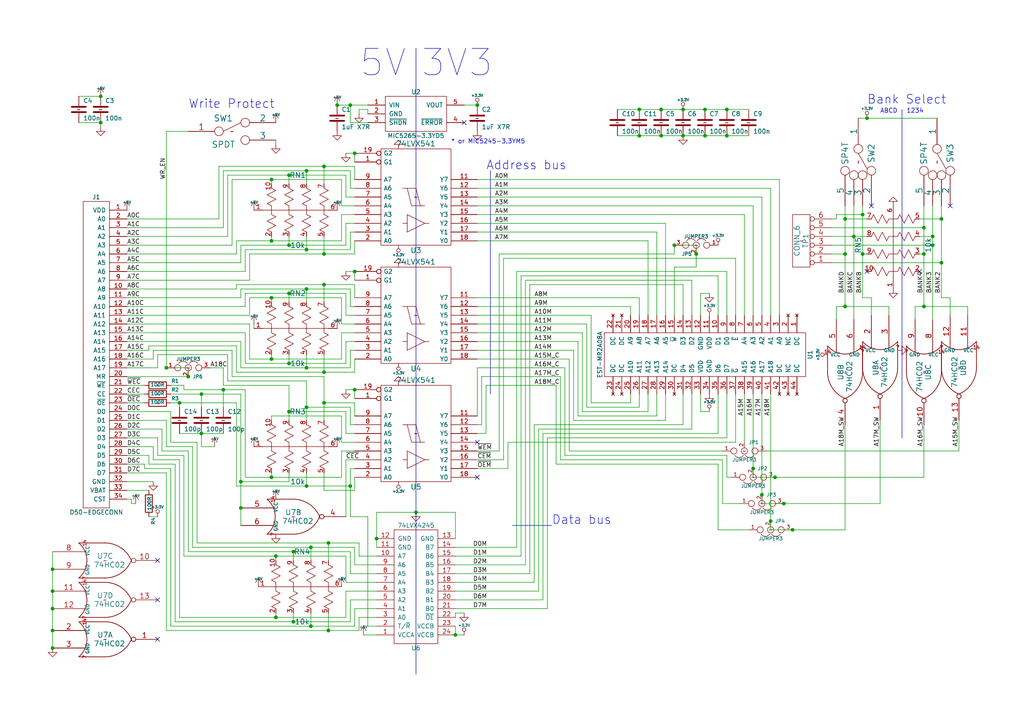
<source format=kicad_sch>
(kicad_sch (version 20230121) (generator eeschema)
  (paper "A4")
  (title_block (date "7 feb 2016"))
  (junction (at 58.42 125.73))
  (junction (at 270.51 71.12))
  (junction (at 93.98 82.55))
  (junction (at 88.9 49.53))
  (junction (at 250.19 62.23))
  (junction (at 15.24 187.96))
  (junction (at 95.25 182.88))
  (junction (at 88.9 118.11))
  (junction (at 48.26 106.68))
  (junction (at 83.82 119.38))
  (junction (at 218.44 135.89))
  (junction (at 78.74 86.36))
  (junction (at 29.21 35.56))
  (junction (at 95.25 157.48))
  (junction (at 250.19 73.66))
  (junction (at 227.33 146.05))
  (junction (at 78.74 138.43))
  (junction (at 101.6 30.48))
  (junction (at 97.79 30.48))
  (junction (at 78.74 104.14))
  (junction (at 80.01 179.07))
  (junction (at 52.07 116.84))
  (junction (at 102.87 78.74))
  (junction (at 267.97 66.04))
  (junction (at 80.01 161.29))
  (junction (at 102.87 113.03))
  (junction (at 138.43 30.48))
  (junction (at 58.42 114.3))
  (junction (at 83.82 85.09))
  (junction (at 15.24 165.1))
  (junction (at 191.77 31.75))
  (junction (at 85.09 160.02))
  (junction (at 251.46 34.29))
  (junction (at 201.93 73.66))
  (junction (at 185.42 39.37))
  (junction (at 90.17 181.61))
  (junction (at 85.09 180.34))
  (junction (at 83.82 71.12))
  (junction (at 204.47 39.37))
  (junction (at 93.98 73.66))
  (junction (at 185.42 31.75))
  (junction (at 267.97 73.66))
  (junction (at 270.51 68.58))
  (junction (at 273.05 63.5))
  (junction (at 90.17 158.75))
  (junction (at 223.52 151.13))
  (junction (at 88.9 72.39))
  (junction (at 69.85 139.7))
  (junction (at 88.9 140.97))
  (junction (at 15.24 171.45))
  (junction (at 29.21 27.94))
  (junction (at 101.6 140.97))
  (junction (at 15.24 182.88))
  (junction (at 93.98 116.84))
  (junction (at 83.82 50.8))
  (junction (at 93.98 107.95))
  (junction (at 224.79 138.43))
  (junction (at 78.74 69.85))
  (junction (at 273.05 76.2))
  (junction (at 15.24 176.53))
  (junction (at 245.11 63.5))
  (junction (at 109.22 156.21))
  (junction (at 88.9 83.82))
  (junction (at 198.12 31.75))
  (junction (at 78.74 52.07))
  (junction (at 229.87 153.67))
  (junction (at 120.65 148.59))
  (junction (at 102.87 44.45))
  (junction (at 245.11 73.66))
  (junction (at 195.58 71.12))
  (junction (at 83.82 105.41))
  (junction (at 267.97 88.9))
  (junction (at 191.77 39.37))
  (junction (at 132.08 184.15))
  (junction (at 247.65 68.58))
  (junction (at 198.12 39.37))
  (junction (at 88.9 106.68))
  (junction (at 93.98 48.26))
  (junction (at 220.98 143.51))
  (junction (at 54.61 109.22))
  (junction (at 69.85 147.32))
  (junction (at 210.82 39.37))
  (junction (at 64.77 113.03))
  (junction (at 245.11 88.9))
  (junction (at 204.47 31.75))
  (junction (at 210.82 31.75))
  (no_connect (at 266.7 78.74))
  (no_connect (at 252.73 59.69))
  (no_connect (at 134.62 35.56))
  (no_connect (at 275.59 59.69))
  (no_connect (at 138.43 128.27))
  (no_connect (at 45.72 185.42))
  (no_connect (at 45.72 173.99))
  (no_connect (at 45.72 162.56))
  (no_connect (at 251.46 78.74))
  (no_connect (at 138.43 138.43))
  (wire (pts (xy 278.13 121.92) (xy 278.13 130.81)))
  (wire (pts (xy 223.52 153.67) (xy 229.87 153.67)))
  (wire (pts (xy 220.98 143.51) (xy 220.98 146.05)))
  (wire (pts (xy 195.58 77.47) (xy 195.58 91.44)))
  (wire (pts (xy 273.05 86.36) (xy 275.59 86.36)))
  (wire (pts (xy 168.91 119.38) (xy 187.96 119.38)))
  (wire (pts (xy 149.86 78.74) (xy 210.82 78.74)))
  (wire (pts (xy 88.9 72.39) (xy 101.6 72.39)))
  (wire (pts (xy 48.26 182.88) (xy 95.25 182.88)))
  (wire (pts (xy 71.12 113.03) (xy 71.12 138.43)))
  (wire (pts (xy 15.24 176.53) (xy 15.24 182.88)))
  (wire (pts (xy 157.48 173.99) (xy 132.08 173.99)))
  (wire (pts (xy 158.75 176.53) (xy 132.08 176.53)))
  (wire (pts (xy 106.68 181.61) (xy 109.22 181.61)))
  (wire (pts (xy 109.22 148.59) (xy 109.22 156.21)))
  (wire (pts (xy 78.74 69.85) (xy 99.06 69.85)))
  (wire (pts (xy 71.12 96.52) (xy 71.12 105.41)))
  (wire (pts (xy 48.26 121.92) (xy 36.83 121.92)))
  (wire (pts (xy 147.32 128.27) (xy 147.32 135.89)))
  (wire (pts (xy 171.45 116.84) (xy 182.88 116.84)))
  (wire (pts (xy 204.47 39.37) (xy 210.82 39.37)))
  (wire (pts (xy 83.82 87.63) (xy 83.82 85.09)))
  (wire (pts (xy 67.31 52.07) (xy 67.31 71.12)))
  (wire (pts (xy 242.57 62.23) (xy 250.19 62.23)))
  (wire (pts (xy 144.78 73.66) (xy 195.58 73.66)))
  (wire (pts (xy 66.04 50.8) (xy 66.04 68.58)))
  (wire (pts (xy 101.6 149.86) (xy 106.68 149.86)))
  (wire (pts (xy 95.25 182.88) (xy 104.14 182.88)))
  (wire (pts (xy 132.08 179.07) (xy 132.08 177.8)))
  (wire (pts (xy 45.72 106.68) (xy 45.72 102.87)))
  (wire (pts (xy 100.33 168.91) (xy 109.22 168.91)))
  (wire (pts (xy 201.93 77.47) (xy 195.58 77.47)))
  (wire (pts (xy 203.2 85.09) (xy 205.74 85.09)))
  (wire (pts (xy 15.24 160.02) (xy 15.24 165.1)))
  (wire (pts (xy 36.83 129.54) (xy 44.45 129.54)))
  (wire (pts (xy 203.2 91.44) (xy 203.2 85.09)))
  (wire (pts (xy 102.87 44.45) (xy 100.33 44.45)))
  (wire (pts (xy 36.83 104.14) (xy 44.45 104.14)))
  (wire (pts (xy 78.74 137.16) (xy 78.74 138.43)))
  (wire (pts (xy 88.9 110.49) (xy 88.9 118.11)))
  (wire (pts (xy 71.12 78.74) (xy 71.12 72.39)))
  (wire (pts (xy 71.12 105.41) (xy 83.82 105.41)))
  (wire (pts (xy 170.18 118.11) (xy 185.42 118.11)))
  (wire (pts (xy 41.91 114.3) (xy 36.83 114.3)))
  (wire (pts (xy 100.33 91.44) (xy 102.87 91.44)))
  (wire (pts (xy 166.37 101.6) (xy 166.37 121.92)))
  (wire (pts (xy 224.79 138.43) (xy 267.97 138.43)))
  (wire (pts (xy 53.34 132.08) (xy 45.72 132.08)))
  (wire (pts (xy 149.86 78.74) (xy 149.86 158.75)))
  (wire (pts (xy 46.99 130.81) (xy 54.61 130.81)))
  (wire (pts (xy 49.53 135.89) (xy 49.53 181.61)))
  (wire (pts (xy 154.94 123.19) (xy 154.94 168.91)))
  (wire (pts (xy 93.98 116.84) (xy 102.87 116.84)))
  (wire (pts (xy 102.87 48.26) (xy 102.87 52.07)))
  (wire (pts (xy 106.68 35.56) (xy 101.6 35.56)))
  (wire (pts (xy 171.45 91.44) (xy 171.45 116.84)))
  (wire (pts (xy 41.91 134.62) (xy 41.91 135.89)))
  (wire (pts (xy 95.25 162.56) (xy 95.25 157.48)))
  (wire (pts (xy 185.42 31.75) (xy 191.77 31.75)))
  (wire (pts (xy 102.87 138.43) (xy 102.87 142.24)))
  (wire (pts (xy 102.87 73.66) (xy 102.87 69.85)))
  (wire (pts (xy 226.06 52.07) (xy 226.06 91.44)))
  (wire (pts (xy 187.96 119.38) (xy 187.96 114.3)))
  (wire (pts (xy 120.65 148.59) (xy 132.08 148.59)))
  (wire (pts (xy 241.3 68.58) (xy 247.65 68.58)))
  (wire (pts (xy 208.28 134.62) (xy 208.28 153.67)))
  (wire (pts (xy 71.12 72.39) (xy 88.9 72.39)))
  (wire (pts (xy 153.67 82.55) (xy 198.12 82.55)))
  (wire (pts (xy 55.88 158.75) (xy 55.88 129.54)))
  (wire (pts (xy 72.39 104.14) (xy 78.74 104.14)))
  (wire (pts (xy 100.33 125.73) (xy 102.87 125.73)))
  (wire (pts (xy 193.04 121.92) (xy 193.04 114.3)))
  (wire (pts (xy 45.72 127) (xy 36.83 127)))
  (wire (pts (xy 140.97 111.76) (xy 161.29 111.76)))
  (wire (pts (xy 218.44 135.89) (xy 218.44 138.43)))
  (wire (pts (xy 67.31 52.07) (xy 78.74 52.07)))
  (wire (pts (xy 153.67 166.37) (xy 132.08 166.37)))
  (wire (pts (xy 78.74 138.43) (xy 99.06 138.43)))
  (wire (pts (xy 270.51 59.69) (xy 270.51 68.58)))
  (wire (pts (xy 138.43 106.68) (xy 163.83 106.68)))
  (wire (pts (xy 250.19 73.66) (xy 250.19 86.36)))
  (wire (pts (xy 97.79 30.48) (xy 101.6 30.48)))
  (wire (pts (xy 138.43 99.06) (xy 167.64 99.06)))
  (wire (pts (xy 104.14 182.88) (xy 104.14 179.07)))
  (wire (pts (xy 36.83 76.2) (xy 69.85 76.2)))
  (wire (pts (xy 182.88 116.84) (xy 182.88 114.3)))
  (wire (pts (xy 29.21 35.56) (xy 29.21 36.83)))
  (wire (pts (xy 93.98 48.26) (xy 102.87 48.26)))
  (wire (pts (xy 68.58 107.95) (xy 93.98 107.95)))
  (wire (pts (xy 63.5 48.26) (xy 93.98 48.26)))
  (wire (pts (xy 88.9 49.53) (xy 101.6 49.53)))
  (wire (pts (xy 191.77 39.37) (xy 198.12 39.37)))
  (wire (pts (xy 101.6 35.56) (xy 101.6 30.48)))
  (wire (pts (xy 101.6 83.82) (xy 101.6 88.9)))
  (wire (pts (xy 267.97 138.43) (xy 267.97 123.19)))
  (wire (pts (xy 93.98 53.34) (xy 93.98 48.26)))
  (wire (pts (xy 45.72 132.08) (xy 45.72 127)))
  (wire (pts (xy 252.73 86.36) (xy 252.73 91.44)))
  (wire (pts (xy 165.1 104.14) (xy 138.43 104.14)))
  (wire (pts (xy 52.07 179.07) (xy 80.01 179.07)))
  (wire (pts (xy 38.1 146.05) (xy 39.37 146.05)))
  (wire (pts (xy 247.65 68.58) (xy 251.46 68.58)))
  (wire (pts (xy 53.34 113.03) (xy 64.77 113.03)))
  (wire (pts (xy 151.13 161.29) (xy 132.08 161.29)))
  (wire (pts (xy 58.42 114.3) (xy 69.85 114.3)))
  (wire (pts (xy 36.83 134.62) (xy 41.91 134.62)))
  (wire (pts (xy 78.74 120.65) (xy 78.74 121.92)))
  (wire (pts (xy 85.09 180.34) (xy 101.6 180.34)))
  (wire (pts (xy 48.26 129.54) (xy 48.26 121.92)))
  (wire (pts (xy 99.06 62.23) (xy 102.87 62.23)))
  (wire (pts (xy 210.82 127) (xy 158.75 127)))
  (wire (pts (xy 170.18 93.98) (xy 170.18 118.11)))
  (wire (pts (xy 88.9 118.11) (xy 101.6 118.11)))
  (wire (pts (xy 88.9 140.97) (xy 101.6 140.97)))
  (wire (pts (xy 241.3 63.5) (xy 242.57 63.5)))
  (wire (pts (xy 104.14 179.07) (xy 109.22 179.07)))
  (wire (pts (xy 245.11 63.5) (xy 245.11 73.66)))
  (wire (pts (xy 38.1 144.78) (xy 38.1 146.05)))
  (wire (pts (xy 106.68 149.86) (xy 106.68 181.61)))
  (wire (pts (xy 93.98 142.24) (xy 93.98 137.16)))
  (wire (pts (xy 99.06 59.69) (xy 102.87 59.69)))
  (wire (pts (xy 46.99 124.46) (xy 46.99 130.81)))
  (wire (pts (xy 247.65 68.58) (xy 247.65 92.71)))
  (wire (pts (xy 138.43 69.85) (xy 187.96 69.85)))
  (polyline (pts (xy 142.24 114.3) (xy 142.24 49.53)))
  (wire (pts (xy 99.06 69.85) (xy 99.06 62.23)))
  (wire (pts (xy 156.21 124.46) (xy 156.21 171.45)))
  (wire (pts (xy 36.83 91.44) (xy 72.39 91.44)))
  (wire (pts (xy 132.08 148.59) (xy 132.08 156.21)))
  (wire (pts (xy 147.32 128.27) (xy 213.36 128.27)))
  (wire (pts (xy 66.04 102.87) (xy 66.04 110.49)))
  (wire (pts (xy 138.43 57.15) (xy 220.98 57.15)))
  (wire (pts (xy 102.87 113.03) (xy 100.33 113.03)))
  (wire (pts (xy 69.85 71.12) (xy 83.82 71.12)))
  (wire (pts (xy 54.61 160.02) (xy 85.09 160.02)))
  (wire (pts (xy 198.12 123.19) (xy 154.94 123.19)))
  (wire (pts (xy 245.11 59.69) (xy 245.11 63.5)))
  (wire (pts (xy 101.6 30.48) (xy 106.68 30.48)))
  (wire (pts (xy 45.72 102.87) (xy 66.04 102.87)))
  (wire (pts (xy 50.8 134.62) (xy 43.18 134.62)))
  (wire (pts (xy 93.98 87.63) (xy 93.98 82.55)))
  (wire (pts (xy 251.46 73.66) (xy 250.19 73.66)))
  (wire (pts (xy 266.7 68.58) (xy 270.51 68.58)))
  (wire (pts (xy 209.55 133.35) (xy 209.55 146.05)))
  (wire (pts (xy 167.64 99.06) (xy 167.64 120.65)))
  (wire (pts (xy 193.04 64.77) (xy 138.43 64.77)))
  (wire (pts (xy 280.67 88.9) (xy 280.67 91.44)))
  (wire (pts (xy 58.42 125.73) (xy 64.77 125.73)))
  (wire (pts (xy 165.1 130.81) (xy 209.55 130.81)))
  (wire (pts (xy 101.6 106.68) (xy 101.6 101.6)))
  (wire (pts (xy 43.18 132.08) (xy 36.83 132.08)))
  (wire (pts (xy 245.11 88.9) (xy 257.81 88.9)))
  (wire (pts (xy 139.7 123.19) (xy 139.7 109.22)))
  (wire (pts (xy 53.34 161.29) (xy 80.01 161.29)))
  (wire (pts (xy 163.83 132.08) (xy 210.82 132.08)))
  (wire (pts (xy 90.17 162.56) (xy 90.17 158.75)))
  (wire (pts (xy 78.74 102.87) (xy 78.74 104.14)))
  (wire (pts (xy 88.9 87.63) (xy 88.9 83.82)))
  (wire (pts (xy 185.42 86.36) (xy 138.43 86.36)))
  (wire (pts (xy 80.01 41.91) (xy 80.01 40.64)))
  (wire (pts (xy 109.22 148.59) (xy 120.65 148.59)))
  (wire (pts (xy 100.33 179.07) (xy 100.33 171.45)))
  (polyline (pts (xy 261.62 31.75) (xy 261.62 127)))
  (wire (pts (xy 257.81 88.9) (xy 257.81 91.44)))
  (wire (pts (xy 278.13 130.81) (xy 222.25 130.81)))
  (wire (pts (xy 241.3 66.04) (xy 267.97 66.04)))
  (wire (pts (xy 68.58 69.85) (xy 78.74 69.85)))
  (wire (pts (xy 182.88 88.9) (xy 138.43 88.9)))
  (wire (pts (xy 64.77 111.76) (xy 83.82 111.76)))
  (wire (pts (xy 241.3 71.12) (xy 270.51 71.12)))
  (wire (pts (xy 95.25 157.48) (xy 104.14 157.48)))
  (wire (pts (xy 208.28 91.44) (xy 208.28 80.01)))
  (wire (pts (xy 83.82 50.8) (xy 100.33 50.8)))
  (wire (pts (xy 36.83 111.76) (xy 41.91 111.76)))
  (wire (pts (xy 204.47 31.75) (xy 210.82 31.75)))
  (wire (pts (xy 218.44 59.69) (xy 218.44 91.44)))
  (wire (pts (xy 161.29 134.62) (xy 208.28 134.62)))
  (wire (pts (xy 58.42 118.11) (xy 58.42 114.3)))
  (wire (pts (xy 69.85 147.32) (xy 69.85 152.4)))
  (wire (pts (xy 99.06 130.81) (xy 102.87 130.81)))
  (wire (pts (xy 52.07 118.11) (xy 52.07 116.84)))
  (wire (pts (xy 83.82 119.38) (xy 83.82 121.92)))
  (wire (pts (xy 58.42 125.73) (xy 58.42 129.54)))
  (wire (pts (xy 73.66 93.98) (xy 73.66 95.25)))
  (wire (pts (xy 213.36 91.44) (xy 213.36 74.93)))
  (wire (pts (xy 83.82 105.41) (xy 100.33 105.41)))
  (wire (pts (xy 104.14 157.48) (xy 104.14 161.29)))
  (polyline (pts (xy 120.65 195.58) (xy 120.65 13.97)))
  (wire (pts (xy 267.97 66.04) (xy 267.97 73.66)))
  (wire (pts (xy 195.58 71.12) (xy 201.93 71.12)))
  (wire (pts (xy 154.94 168.91) (xy 132.08 168.91)))
  (wire (pts (xy 139.7 109.22) (xy 162.56 109.22)))
  (wire (pts (xy 203.2 119.38) (xy 205.74 119.38)))
  (wire (pts (xy 158.75 127) (xy 158.75 176.53)))
  (wire (pts (xy 215.9 62.23) (xy 215.9 91.44)))
  (wire (pts (xy 100.33 57.15) (xy 102.87 57.15)))
  (wire (pts (xy 64.77 66.04) (xy 36.83 66.04)))
  (wire (pts (xy 83.82 119.38) (xy 100.33 119.38)))
  (wire (pts (xy 71.12 88.9) (xy 71.12 85.09)))
  (wire (pts (xy 101.6 123.19) (xy 102.87 123.19)))
  (wire (pts (xy 132.08 181.61) (xy 132.08 184.15)))
  (wire (pts (xy 153.67 82.55) (xy 153.67 166.37)))
  (wire (pts (xy 49.53 116.84) (xy 52.07 116.84)))
  (wire (pts (xy 102.87 163.83) (xy 109.22 163.83)))
  (wire (pts (xy 265.43 88.9) (xy 267.97 88.9)))
  (wire (pts (xy 69.85 86.36) (xy 69.85 83.82)))
  (wire (pts (xy 68.58 140.97) (xy 88.9 140.97)))
  (wire (pts (xy 138.43 101.6) (xy 166.37 101.6)))
  (wire (pts (xy 102.87 107.95) (xy 102.87 104.14)))
  (wire (pts (xy 58.42 129.54) (xy 62.23 129.54)))
  (wire (pts (xy 101.6 135.89) (xy 101.6 140.97)))
  (wire (pts (xy 273.05 76.2) (xy 273.05 86.36)))
  (wire (pts (xy 100.33 71.12) (xy 100.33 64.77)))
  (wire (pts (xy 49.53 128.27) (xy 57.15 128.27)))
  (wire (pts (xy 138.43 91.44) (xy 171.45 91.44)))
  (wire (pts (xy 241.3 76.2) (xy 273.05 76.2)))
  (wire (pts (xy 99.06 52.07) (xy 99.06 59.69)))
  (wire (pts (xy 48.26 38.1) (xy 54.61 38.1)))
  (wire (pts (xy 144.78 130.81) (xy 138.43 130.81)))
  (wire (pts (xy 179.07 39.37) (xy 185.42 39.37)))
  (wire (pts (xy 138.43 62.23) (xy 215.9 62.23)))
  (wire (pts (xy 99.06 104.14) (xy 99.06 96.52)))
  (wire (pts (xy 187.96 69.85) (xy 187.96 91.44)))
  (wire (pts (xy 83.82 71.12) (xy 100.33 71.12)))
  (wire (pts (xy 69.85 106.68) (xy 88.9 106.68)))
  (wire (pts (xy 36.83 96.52) (xy 71.12 96.52)))
  (wire (pts (xy 60.96 106.68) (xy 64.77 106.68)))
  (wire (pts (xy 43.18 149.86) (xy 45.72 149.86)))
  (wire (pts (xy 88.9 140.97) (xy 88.9 137.16)))
  (wire (pts (xy 102.87 116.84) (xy 102.87 120.65)))
  (wire (pts (xy 152.4 81.28) (xy 200.66 81.28)))
  (wire (pts (xy 43.18 101.6) (xy 43.18 100.33)))
  (wire (pts (xy 208.28 80.01) (xy 151.13 80.01)))
  (wire (pts (xy 44.45 104.14) (xy 44.45 101.6)))
  (wire (pts (xy 66.04 50.8) (xy 83.82 50.8)))
  (wire (pts (xy 198.12 114.3) (xy 198.12 123.19)))
  (wire (pts (xy 179.07 31.75) (xy 185.42 31.75)))
  (wire (pts (xy 100.33 64.77) (xy 102.87 64.77)))
  (wire (pts (xy 101.6 160.02) (xy 101.6 166.37)))
  (wire (pts (xy 78.74 120.65) (xy 99.06 120.65)))
  (wire (pts (xy 85.09 160.02) (xy 101.6 160.02)))
  (wire (pts (xy 49.53 114.3) (xy 58.42 114.3)))
  (wire (pts (xy 213.36 74.93) (xy 146.05 74.93)))
  (wire (pts (xy 68.58 116.84) (xy 68.58 140.97)))
  (wire (pts (xy 99.06 86.36) (xy 99.06 93.98)))
  (wire (pts (xy 210.82 114.3) (xy 210.82 127)))
  (wire (pts (xy 54.61 106.68) (xy 54.61 109.22)))
  (wire (pts (xy 90.17 177.8) (xy 90.17 181.61)))
  (wire (pts (xy 83.82 53.34) (xy 83.82 50.8)))
  (wire (pts (xy 138.43 59.69) (xy 218.44 59.69)))
  (wire (pts (xy 255.27 146.05) (xy 255.27 121.92)))
  (wire (pts (xy 138.43 93.98) (xy 170.18 93.98)))
  (wire (pts (xy 88.9 53.34) (xy 88.9 49.53)))
  (wire (pts (xy 102.87 181.61) (xy 102.87 176.53)))
  (wire (pts (xy 218.44 138.43) (xy 224.79 138.43)))
  (wire (pts (xy 48.26 38.1) (xy 48.26 106.68)))
  (wire (pts (xy 29.21 27.94) (xy 22.86 27.94)))
  (wire (pts (xy 250.19 59.69) (xy 250.19 62.23)))
  (wire (pts (xy 248.92 34.29) (xy 251.46 34.29)))
  (wire (pts (xy 36.83 88.9) (xy 71.12 88.9)))
  (wire (pts (xy 101.6 54.61) (xy 102.87 54.61)))
  (wire (pts (xy 101.6 67.31) (xy 102.87 67.31)))
  (wire (pts (xy 36.83 144.78) (xy 38.1 144.78)))
  (wire (pts (xy 245.11 153.67) (xy 245.11 123.19)))
  (wire (pts (xy 36.83 78.74) (xy 71.12 78.74)))
  (wire (pts (xy 251.46 34.29) (xy 271.78 34.29)))
  (wire (pts (xy 88.9 102.87) (xy 88.9 106.68)))
  (wire (pts (xy 36.83 124.46) (xy 46.99 124.46)))
  (polyline (pts (xy 148.59 152.4) (xy 160.02 152.4)))
  (wire (pts (xy 72.39 73.66) (xy 93.98 73.66)))
  (wire (pts (xy 242.57 63.5) (xy 242.57 62.23)))
  (wire (pts (xy 15.24 165.1) (xy 15.24 171.45)))
  (wire (pts (xy 109.22 184.15) (xy 105.41 184.15)))
  (wire (pts (xy 43.18 100.33) (xy 68.58 100.33)))
  (wire (pts (xy 101.6 101.6) (xy 102.87 101.6)))
  (wire (pts (xy 69.85 83.82) (xy 88.9 83.82)))
  (wire (pts (xy 100.33 105.41) (xy 100.33 99.06)))
  (wire (pts (xy 138.43 96.52) (xy 168.91 96.52)))
  (wire (pts (xy 138.43 123.19) (xy 139.7 123.19)))
  (wire (pts (xy 138.43 120.65) (xy 138.43 106.68)))
  (wire (pts (xy 265.43 92.71) (xy 265.43 88.9)))
  (wire (pts (xy 101.6 166.37) (xy 109.22 166.37)))
  (wire (pts (xy 104.14 161.29) (xy 109.22 161.29)))
  (wire (pts (xy 101.6 135.89) (xy 102.87 135.89)))
  (wire (pts (xy 200.66 114.3) (xy 200.66 124.46)))
  (wire (pts (xy 100.33 85.09) (xy 100.33 91.44)))
  (wire (pts (xy 88.9 83.82) (xy 101.6 83.82)))
  (wire (pts (xy 78.74 104.14) (xy 99.06 104.14)))
  (wire (pts (xy 64.77 49.53) (xy 64.77 66.04)))
  (wire (pts (xy 93.98 107.95) (xy 102.87 107.95)))
  (wire (pts (xy 52.07 133.35) (xy 52.07 179.07)))
  (wire (pts (xy 134.62 30.48) (xy 138.43 30.48)))
  (wire (pts (xy 220.98 57.15) (xy 220.98 91.44)))
  (wire (pts (xy 93.98 82.55) (xy 102.87 82.55)))
  (wire (pts (xy 101.6 140.97) (xy 101.6 149.86)))
  (wire (pts (xy 57.15 157.48) (xy 95.25 157.48)))
  (wire (pts (xy 167.64 120.65) (xy 190.5 120.65)))
  (wire (pts (xy 49.53 111.76) (xy 53.34 111.76)))
  (wire (pts (xy 67.31 101.6) (xy 67.31 109.22)))
  (wire (pts (xy 52.07 125.73) (xy 58.42 125.73)))
  (wire (pts (xy 190.5 67.31) (xy 190.5 91.44)))
  (wire (pts (xy 85.09 177.8) (xy 85.09 180.34)))
  (wire (pts (xy 198.12 82.55) (xy 198.12 91.44)))
  (wire (pts (xy 41.91 135.89) (xy 49.53 135.89)))
  (wire (pts (xy 144.78 73.66) (xy 144.78 130.81)))
  (wire (pts (xy 78.74 86.36) (xy 99.06 86.36)))
  (wire (pts (xy 100.33 161.29) (xy 100.33 168.91)))
  (wire (pts (xy 64.77 106.68) (xy 64.77 111.76)))
  (wire (pts (xy 93.98 116.84) (xy 93.98 121.92)))
  (wire (pts (xy 100.33 171.45) (xy 109.22 171.45)))
  (wire (pts (xy 53.34 161.29) (xy 53.34 132.08)))
  (wire (pts (xy 201.93 71.12) (xy 201.93 73.66)))
  (wire (pts (xy 156.21 171.45) (xy 132.08 171.45)))
  (wire (pts (xy 36.83 83.82) (xy 68.58 83.82)))
  (wire (pts (xy 209.55 146.05) (xy 214.63 146.05)))
  (wire (pts (xy 147.32 135.89) (xy 138.43 135.89)))
  (wire (pts (xy 36.83 73.66) (xy 68.58 73.66)))
  (wire (pts (xy 266.7 73.66) (xy 267.97 73.66)))
  (wire (pts (xy 36.83 142.24) (xy 43.18 142.24)))
  (wire (pts (xy 69.85 139.7) (xy 69.85 147.32)))
  (wire (pts (xy 102.87 115.57) (xy 102.87 113.03)))
  (wire (pts (xy 250.19 86.36) (xy 252.73 86.36)))
  (wire (pts (xy 50.8 180.34) (xy 85.09 180.34)))
  (wire (pts (xy 210.82 39.37) (xy 217.17 39.37)))
  (wire (pts (xy 242.57 92.71) (xy 242.57 88.9)))
  (wire (pts (xy 88.9 118.11) (xy 88.9 121.92)))
  (wire (pts (xy 83.82 111.76) (xy 83.82 119.38)))
  (wire (pts (xy 67.31 71.12) (xy 36.83 71.12)))
  (wire (pts (xy 220.98 146.05) (xy 227.33 146.05)))
  (wire (pts (xy 100.33 133.35) (xy 102.87 133.35)))
  (wire (pts (xy 102.87 176.53) (xy 109.22 176.53)))
  (wire (pts (xy 220.98 114.3) (xy 220.98 143.51)))
  (wire (pts (xy 190.5 67.31) (xy 138.43 67.31)))
  (wire (pts (xy 102.87 78.74) (xy 100.33 78.74)))
  (wire (pts (xy 50.8 180.34) (xy 50.8 134.62)))
  (wire (pts (xy 185.42 118.11) (xy 185.42 114.3)))
  (wire (pts (xy 48.26 137.16) (xy 48.26 182.88)))
  (wire (pts (xy 185.42 39.37) (xy 191.77 39.37)))
  (wire (pts (xy 90.17 158.75) (xy 102.87 158.75)))
  (wire (pts (xy 49.53 181.61) (xy 90.17 181.61)))
  (wire (pts (xy 190.5 120.65) (xy 190.5 114.3)))
  (wire (pts (xy 251.46 63.5) (xy 245.11 63.5)))
  (wire (pts (xy 182.88 91.44) (xy 182.88 88.9)))
  (wire (pts (xy 104.14 31.75) (xy 106.68 31.75)))
  (wire (pts (xy 200.66 124.46) (xy 156.21 124.46)))
  (wire (pts (xy 80.01 179.07) (xy 100.33 179.07)))
  (wire (pts (xy 223.52 151.13) (xy 223.52 153.67)))
  (wire (pts (xy 198.12 31.75) (xy 204.47 31.75)))
  (wire (pts (xy 227.33 146.05) (xy 255.27 146.05)))
  (wire (pts (xy 223.52 114.3) (xy 223.52 151.13)))
  (wire (pts (xy 267.97 88.9) (xy 280.67 88.9)))
  (wire (pts (xy 48.26 106.68) (xy 54.61 106.68)))
  (wire (pts (xy 55.88 129.54) (xy 48.26 129.54)))
  (wire (pts (xy 163.83 106.68) (xy 163.83 132.08)))
  (wire (pts (xy 146.05 133.35) (xy 138.43 133.35)))
  (wire (pts (xy 102.87 142.24) (xy 93.98 142.24)))
  (wire (pts (xy 210.82 78.74) (xy 210.82 91.44)))
  (wire (pts (xy 198.12 39.37) (xy 204.47 39.37)))
  (wire (pts (xy 64.77 49.53) (xy 88.9 49.53)))
  (wire (pts (xy 101.6 49.53) (xy 101.6 54.61)))
  (wire (pts (xy 83.82 139.7) (xy 83.82 137.16)))
  (wire (pts (xy 72.39 91.44) (xy 72.39 86.36)))
  (wire (pts (xy 88.9 106.68) (xy 101.6 106.68)))
  (wire (pts (xy 151.13 80.01) (xy 151.13 161.29)))
  (wire (pts (xy 95.25 177.8) (xy 95.25 182.88)))
  (wire (pts (xy 138.43 125.73) (xy 140.97 125.73)))
  (wire (pts (xy 36.83 119.38) (xy 49.53 119.38)))
  (wire (pts (xy 36.83 116.84) (xy 41.91 116.84)))
  (wire (pts (xy 140.97 125.73) (xy 140.97 111.76)))
  (wire (pts (xy 36.83 101.6) (xy 43.18 101.6)))
  (wire (pts (xy 15.24 171.45) (xy 15.24 176.53)))
  (wire (pts (xy 22.86 35.56) (xy 29.21 35.56)))
  (wire (pts (xy 100.33 119.38) (xy 100.33 125.73)))
  (wire (pts (xy 241.3 73.66) (xy 245.11 73.66)))
  (wire (pts (xy 83.82 102.87) (xy 83.82 105.41)))
  (wire (pts (xy 72.39 81.28) (xy 72.39 73.66)))
  (wire (pts (xy 99.06 128.27) (xy 102.87 128.27)))
  (wire (pts (xy 201.93 73.66) (xy 201.93 77.47)))
  (wire (pts (xy 36.83 81.28) (xy 72.39 81.28)))
  (wire (pts (xy 273.05 59.69) (xy 273.05 63.5)))
  (wire (pts (xy 101.6 118.11) (xy 101.6 123.19)))
  (wire (pts (xy 223.52 54.61) (xy 223.52 91.44)))
  (wire (pts (xy 100.33 149.86) (xy 100.33 133.35)))
  (wire (pts (xy 102.87 46.99) (xy 102.87 44.45)))
  (wire (pts (xy 64.77 118.11) (xy 64.77 113.03)))
  (wire (pts (xy 36.83 106.68) (xy 45.72 106.68)))
  (wire (pts (xy 93.98 73.66) (xy 102.87 73.66)))
  (wire (pts (xy 247.65 59.69) (xy 247.65 68.58)))
  (wire (pts (xy 67.31 109.22) (xy 93.98 109.22)))
  (wire (pts (xy 68.58 100.33) (xy 68.58 107.95)))
  (wire (pts (xy 275.59 86.36) (xy 275.59 91.44)))
  (wire (pts (xy 273.05 63.5) (xy 273.05 76.2)))
  (wire (pts (xy 152.4 81.28) (xy 152.4 163.83)))
  (wire (pts (xy 162.56 133.35) (xy 209.55 133.35)))
  (wire (pts (xy 102.87 158.75) (xy 102.87 163.83)))
  (wire (pts (xy 68.58 82.55) (xy 93.98 82.55)))
  (wire (pts (xy 43.18 134.62) (xy 43.18 132.08)))
  (wire (pts (xy 101.6 173.99) (xy 109.22 173.99)))
  (wire (pts (xy 72.39 86.36) (xy 78.74 86.36)))
  (wire (pts (xy 66.04 68.58) (xy 36.83 68.58)))
  (wire (pts (xy 267.97 73.66) (xy 267.97 88.9)))
  (wire (pts (xy 71.12 85.09) (xy 83.82 85.09)))
  (wire (pts (xy 83.82 85.09) (xy 100.33 85.09)))
  (wire (pts (xy 102.87 82.55) (xy 102.87 86.36)))
  (wire (pts (xy 99.06 138.43) (xy 99.06 130.81)))
  (wire (pts (xy 69.85 139.7) (xy 83.82 139.7)))
  (wire (pts (xy 36.83 139.7) (xy 44.45 139.7)))
  (wire (pts (xy 99.06 120.65) (xy 99.06 128.27)))
  (wire (pts (xy 229.87 153.67) (xy 245.11 153.67)))
  (wire (pts (xy 267.97 59.69) (xy 267.97 66.04)))
  (wire (pts (xy 200.66 81.28) (xy 200.66 91.44)))
  (wire (pts (xy 270.51 71.12) (xy 270.51 92.71)))
  (wire (pts (xy 168.91 96.52) (xy 168.91 119.38)))
  (wire (pts (xy 185.42 91.44) (xy 185.42 86.36)))
  (wire (pts (xy 93.98 68.58) (xy 93.98 73.66)))
  (wire (pts (xy 132.08 177.8) (xy 134.62 177.8)))
  (wire (pts (xy 36.83 93.98) (xy 72.39 93.98)))
  (wire (pts (xy 66.04 110.49) (xy 88.9 110.49)))
  (wire (pts (xy 85.09 162.56) (xy 85.09 160.02)))
  (wire (pts (xy 165.1 104.14) (xy 165.1 130.81)))
  (wire (pts (xy 69.85 76.2) (xy 69.85 71.12)))
  (wire (pts (xy 191.77 31.75) (xy 198.12 31.75)))
  (wire (pts (xy 166.37 121.92) (xy 193.04 121.92)))
  (wire (pts (xy 15.24 182.88) (xy 15.24 187.96)))
  (wire (pts (xy 36.83 109.22) (xy 54.61 109.22)))
  (wire (pts (xy 80.01 162.56) (xy 80.01 161.29)))
  (wire (pts (xy 104.14 33.02) (xy 104.14 31.75)))
  (wire (pts (xy 44.45 133.35) (xy 52.07 133.35)))
  (wire (pts (xy 149.86 158.75) (xy 132.08 158.75)))
  (wire (pts (xy 101.6 72.39) (xy 101.6 67.31)))
  (wire (pts (xy 101.6 180.34) (xy 101.6 173.99)))
  (wire (pts (xy 63.5 48.26) (xy 63.5 63.5)))
  (wire (pts (xy 57.15 128.27) (xy 57.15 157.48)))
  (wire (pts (xy 68.58 83.82) (xy 68.58 82.55)))
  (wire (pts (xy 208.28 153.67) (xy 217.17 153.67)))
  (wire (pts (xy 270.51 68.58) (xy 270.51 71.12)))
  (wire (pts (xy 102.87 81.28) (xy 102.87 78.74)))
  (wire (pts (xy 69.85 99.06) (xy 69.85 106.68)))
  (wire (pts (xy 132.08 184.15) (xy 134.62 184.15)))
  (wire (pts (xy 93.98 107.95) (xy 93.98 102.87)))
  (wire (pts (xy 250.19 62.23) (xy 250.19 73.66)))
  (wire (pts (xy 138.43 52.07) (xy 226.06 52.07)))
  (wire (pts (xy 52.07 116.84) (xy 68.58 116.84)))
  (wire (pts (xy 71.12 138.43) (xy 78.74 138.43)))
  (wire (pts (xy 106.68 31.75) (xy 106.68 33.02)))
  (wire (pts (xy 210.82 31.75) (xy 217.17 31.75)))
  (wire (pts (xy 69.85 114.3) (xy 69.85 139.7)))
  (wire (pts (xy 88.9 68.58) (xy 88.9 72.39)))
  (wire (pts (xy 215.9 114.3) (xy 215.9 128.27)))
  (wire (pts (xy 245.11 73.66) (xy 245.11 88.9)))
  (wire (pts (xy 36.83 137.16) (xy 48.26 137.16)))
  (wire (pts (xy 36.83 86.36) (xy 69.85 86.36)))
  (wire (pts (xy 161.29 111.76) (xy 161.29 134.62)))
  (wire (pts (xy 146.05 74.93) (xy 146.05 133.35)))
  (wire (pts (xy 109.22 156.21) (xy 109.22 158.75)))
  (wire (pts (xy 90.17 181.61) (xy 102.87 181.61)))
  (wire (pts (xy 78.74 68.58) (xy 78.74 69.85)))
  (wire (pts (xy 44.45 129.54) (xy 44.45 133.35)))
  (wire (pts (xy 210.82 132.08) (xy 210.82 138.43)))
  (wire (pts (xy 100.33 50.8) (xy 100.33 57.15)))
  (wire (pts (xy 152.4 163.83) (xy 132.08 163.83)))
  (wire (pts (xy 218.44 114.3) (xy 218.44 135.89)))
  (wire (pts (xy 193.04 64.77) (xy 193.04 91.44)))
  (wire (pts (xy 210.82 138.43) (xy 212.09 138.43)))
  (wire (pts (xy 203.2 114.3) (xy 203.2 119.38)))
  (wire (pts (xy 44.45 101.6) (xy 67.31 101.6)))
  (wire (pts (xy 78.74 52.07) (xy 99.06 52.07)))
  (wire (pts (xy 83.82 68.58) (xy 83.82 71.12)))
  (wire (pts (xy 138.43 54.61) (xy 223.52 54.61)))
  (wire (pts (xy 213.36 128.27) (xy 213.36 114.3)))
  (wire (pts (xy 242.57 88.9) (xy 245.11 88.9)))
  (wire (pts (xy 49.53 119.38) (xy 49.53 128.27)))
  (wire (pts (xy 63.5 63.5) (xy 36.83 63.5)))
  (wire (pts (xy 99.06 93.98) (xy 102.87 93.98)))
  (wire (pts (xy 162.56 109.22) (xy 162.56 133.35)))
  (wire (pts (xy 53.34 111.76) (xy 53.34 113.03)))
  (wire (pts (xy 157.48 125.73) (xy 157.48 173.99)))
  (wire (pts (xy 100.33 99.06) (xy 102.87 99.06)))
  (wire (pts (xy 55.88 158.75) (xy 90.17 158.75)))
  (wire (pts (xy 99.06 96.52) (xy 102.87 96.52)))
  (wire (pts (xy 101.6 88.9) (xy 102.87 88.9)))
  (wire (pts (xy 208.28 125.73) (xy 157.48 125.73)))
  (wire (pts (xy 80.01 161.29) (xy 100.33 161.29)))
  (wire (pts (xy 36.83 99.06) (xy 69.85 99.06)))
  (wire (pts (xy 266.7 63.5) (xy 273.05 63.5)))
  (wire (pts (xy 93.98 109.22) (xy 93.98 116.84)))
  (wire (pts (xy 208.28 114.3) (xy 208.28 125.73)))
  (wire (pts (xy 54.61 130.81) (xy 54.61 160.02)))
  (wire (pts (xy 64.77 113.03) (xy 71.12 113.03)))
  (wire (pts (xy 72.39 93.98) (xy 72.39 104.14)))
  (wire (pts (xy 78.74 87.63) (xy 78.74 86.36)))
  (wire (pts (xy 78.74 53.34) (xy 78.74 52.07)))
  (wire (pts (xy 68.58 73.66) (xy 68.58 69.85)))
  (wire (pts (xy 195.58 73.66) (xy 195.58 71.12)))
  (wire (pts (xy 80.01 177.8) (xy 80.01 179.07)))
  (text "Bank Select" (at 251.46 30.48 0) (effects (font (size 2.54 2.54)) (justify left bottom)))
  (text "Address bus" (at 140.97 49.53 0) (effects (font (size 2.54 2.54)) (justify left bottom)))
  (text "1234" (at 262.89 33.02 0) (effects (font (size 1.27 1.27)) (justify left bottom)))
  (text "ABCD" (at 260.35 33.02 0) (effects (font (size 1.27 1.27)) (justify right bottom)))
  (text "5V" (at 118.11 22.86 0) (effects (font (size 7.62 7.62)) (justify right bottom)))
  (text "Data bus" (at 160.02 152.4 0) (effects (font (size 2.54 2.54)) (justify left bottom)))
  (text "Write Protect" (at 54.61 31.75 0) (effects (font (size 2.54 2.54)) (justify left bottom)))
  (text "3V3" (at 121.92 22.86 0) (effects (font (size 7.62 7.62)) (justify left bottom)))
  (text "* or MIC5245-3.3YM5" (at 130.81 41.91 0) (effects (font (size 1.27 1.27)) (justify left bottom)))
  (label "A18M_SW" (at 245.11 129.54 90))
  (label "D6C" (at 36.83 134.62 0))
  (label "D1C" (at 36.83 121.92 0))
  (label "BANK4" (at 267.97 85.09 90))
  (label "A0M" (at 143.51 52.07 0))
  (label "D3C" (at 36.83 127 0))
  (label "D4M" (at 137.16 168.91 0))
  (label "A16M_C" (at 154.94 106.68 0))
  (label "A15M" (at 215.9 120.65 90))
  (label "A12M" (at 154.94 96.52 0))
  (label "D7M" (at 137.16 176.53 0))
  (label "A18M_C" (at 154.94 111.76 0))
  (label "A14C" (at 36.83 99.06 0))
  (label "A8C" (at 36.83 83.82 0))
  (label "A1M" (at 143.51 54.61 0))
  (label "A16M_SW" (at 267.97 129.54 90))
  (label "A18M" (at 223.52 120.65 90))
  (label "BANKD" (at 245.11 85.09 90))
  (label "A13M" (at 154.94 99.06 0))
  (label "A4M" (at 143.51 62.23 0))
  (label "A16C" (at 36.83 104.14 0))
  (label "A0C" (at 36.83 63.5 0))
  (label "A2C" (at 36.83 68.58 0))
  (label "D0M" (at 137.16 158.75 0))
  (label "A11C" (at 36.83 91.44 0))
  (label "A14M" (at 154.94 101.6 0))
  (label "A17M_SW" (at 255.27 129.54 90))
  (label "A12C" (at 36.83 93.98 0))
  (label "A9M" (at 154.94 88.9 0))
  (label "A18C" (at 60.96 106.68 0))
  (label "A3M" (at 143.51 59.69 0))
  (label "A7M" (at 143.51 69.85 0))
  (label "WR_EN" (at 48.26 52.07 90))
  (label "D1M" (at 137.16 161.29 0))
  (label "D6M" (at 137.16 173.99 0))
  (label "A10C" (at 36.83 88.9 0))
  (label "A13C" (at 36.83 96.52 0))
  (label "A5M" (at 143.51 64.77 0))
  (label "A6M" (at 143.51 67.31 0))
  (label "BANK3" (at 270.51 85.09 90))
  (label "A15M_SW" (at 278.13 129.54 90))
  (label "A10M" (at 154.94 91.44 0))
  (label "BANKB" (at 250.19 85.09 90))
  (label "A5C" (at 36.83 76.2 0))
  (label "A4C" (at 36.83 73.66 0))
  (label "A7C" (at 36.83 81.28 0))
  (label "CEC" (at 36.83 114.3 0))
  (label "A15M_C" (at 154.94 104.14 0))
  (label "D5M" (at 137.16 171.45 0))
  (label "A16M" (at 218.44 120.65 90))
  (label "A11M" (at 154.94 93.98 0))
  (label "A2M" (at 143.51 57.15 0))
  (label "A8M" (at 154.94 86.36 0))
  (label "~{WEM}" (at 138.43 130.81 0))
  (label "~{OEM}" (at 138.43 135.89 0))
  (label "D5C" (at 36.83 132.08 0))
  (label "A9C" (at 36.83 86.36 0))
  (label "~{OEC}" (at 36.83 116.84 0))
  (label "A6C" (at 36.83 78.74 0))
  (label "A17C" (at 36.83 106.68 0))
  (label "A17M" (at 220.98 120.65 90))
  (label "A17M_C" (at 154.94 109.22 0))
  (label "D3M" (at 137.16 166.37 0))
  (label "D2M" (at 137.16 163.83 0))
  (label "A15C" (at 36.83 101.6 0))
  (label "~{WEC}" (at 36.83 111.76 0))
  (label "~{CEC}" (at 100.33 133.35 0))
  (label "BANK2" (at 273.05 85.09 90))
  (label "D2C" (at 36.83 124.46 0))
  (label "D7C" (at 36.83 137.16 0))
  (label "A3C" (at 36.83 71.12 0))
  (label "D0C" (at 36.83 119.38 0))
  (label "BANKC" (at 247.65 85.09 90))
  (label "A1C" (at 36.83 66.04 0))
  (label "~{CEM}" (at 138.43 133.35 0))
  (label "D4C" (at 36.83 129.54 0))
  (symbol (lib_id "d50mram:D50-EDGECONN") (at 27.94 102.87 0) (unit 1)
    (property "Reference" "J1" (at 27.94 57.15 0))
    (property "Value" "D50-EDGECONN" (at 27.94 148.59 0))
    (property "Footprint" "parts:EDGE1S34" (effects hide))
  )
  (symbol (lib_id "d50mram:EST-MR2A08A") (at 204.47 102.87 270) (unit 1)
    (property "Reference" "U1" (at 234.95 102.87 0))
    (property "Value" "EST-MR2A08A" (at 173.99 102.87 0))
    (property "Footprint" "parts:TSOP2-44" (effects hide))
    (property "Digikey" "819-1004-ND" (effects hide))
    (property "Mouser" "936-MR2A08AYS35" (effects hide))
  )
  (symbol (lib_id "d50mram:74LS541") (at 120.65 57.15 0) (mirror x) (unit 1)
    (property "Reference" "U3" (at 120.65 71.755 0) (effects (font (size 1.524 1.524)) (justify bottom)))
    (property "Value" "74LVX541" (at 120.65 42.545 0) (effects (font (size 1.524 1.524)) (justify top)))
    (property "Footprint" "parts:tssop-20" (effects hide))
    (property "Datasheet" "~" (at 120.65 57.15 0) (effects (font (size 1.524 1.524))))
    (property "Digikey" "74LVX541MTCXCT-ND" (effects hide))
    (property "Mouser" "512-74LVX541MTCX" (effects hide))
  )
  (symbol (lib_id "d50mram:74LS541") (at 120.65 91.44 0) (mirror x) (unit 1)
    (property "Reference" "U4" (at 120.65 106.045 0) (effects (font (size 1.524 1.524)) (justify bottom)))
    (property "Value" "74LVX541" (at 120.65 76.835 0) (effects (font (size 1.524 1.524)) (justify top)))
    (property "Footprint" "parts:tssop-20" (effects hide))
    (property "Datasheet" "~" (at 120.65 91.44 0) (effects (font (size 1.524 1.524))))
    (property "Digikey" "74LVX541MTCXCT-ND" (effects hide))
    (property "Mouser" "512-74LVX541MTCX" (effects hide))
  )
  (symbol (lib_id "d50mram:74LS541") (at 120.65 125.73 0) (mirror x) (unit 1)
    (property "Reference" "U5" (at 120.65 140.335 0) (effects (font (size 1.524 1.524)) (justify bottom)))
    (property "Value" "74LVX541" (at 120.65 111.125 0) (effects (font (size 1.524 1.524)) (justify top)))
    (property "Footprint" "parts:tssop-20" (effects hide))
    (property "Datasheet" "~" (at 120.65 125.73 0) (effects (font (size 1.524 1.524))))
    (property "Digikey" "74LVX541MTCXCT-ND" (effects hide))
    (property "Mouser" "512-74LVX541MTCX" (effects hide))
  )
  (symbol (lib_id "d50mram:74x4245") (at 120.65 170.18 0) (mirror x) (unit 1)
    (property "Reference" "U6" (at 120.65 187.96 0))
    (property "Value" "74LVX4245" (at 120.65 152.4 0))
    (property "Footprint" "parts:tssop-24" (effects hide))
    (property "Digikey" "74LVX4245MTCXCT-ND" (effects hide))
    (property "Mouser" "512-74LVX4245MTCX" (effects hide))
  )
  (symbol (lib_id "d50mram:SP4T") (at 248.92 46.99 270) (unit 1)
    (property "Reference" "SW2" (at 252.73 44.45 0) (effects (font (size 1.778 1.778))))
    (property "Value" "SP4T" (at 245.11 44.45 0) (effects (font (size 1.778 1.778))))
    (property "Footprint" "parts:CUS-14B" (effects hide))
    (property "Datasheet" "~" (at 248.92 46.99 0) (effects (font (size 1.524 1.524))))
    (property "Digikey" "563-1104-1-ND" (effects hide))
    (property "Mouser" "229-CUS-14TB" (effects hide))
  )
  (symbol (lib_id "d50mram:SP4T") (at 271.78 46.99 270) (unit 1)
    (property "Reference" "SW3" (at 275.59 44.45 0) (effects (font (size 1.778 1.778))))
    (property "Value" "SP4T" (at 267.97 44.45 0) (effects (font (size 1.778 1.778))))
    (property "Footprint" "parts:CUS-14B" (effects hide))
    (property "Datasheet" "~" (at 271.78 46.99 0) (effects (font (size 1.524 1.524))))
    (property "Digikey" "563-1104-1-ND" (effects hide))
    (property "Mouser" "229-CUS-14TB" (effects hide))
  )
  (symbol (lib_id "d50mram:SPDT") (at 67.31 38.1 0) (unit 1)
    (property "Reference" "SW1" (at 64.77 34.29 0) (effects (font (size 1.778 1.778))))
    (property "Value" "SPDT" (at 64.77 41.91 0) (effects (font (size 1.778 1.778))))
    (property "Footprint" "parts:CUS-12B" (effects hide))
    (property "Datasheet" "~" (at 67.31 38.1 0) (effects (font (size 1.524 1.524))))
    (property "Digikey" "563-1102-1-ND" (effects hide))
    (property "Mouser" "229-CUS-12TB" (effects hide))
  )
  (symbol (lib_id "d50mram:TC1054") (at 120.65 33.02 0) (unit 1)
    (property "Reference" "U2" (at 120.65 26.67 0))
    (property "Value" "MIC5265-3.3YD5" (at 120.65 39.37 0))
    (property "Footprint" "parts:SOT23-5" (effects hide))
    (property "Digikey" "576-2835-1-ND" (effects hide))
    (property "Mouser" "998-MIC5265-3.3YD5TR" (effects hide))
  )
  (symbol (lib_id "d50mram:C") (at 97.79 34.29 0) (unit 1)
    (property "Reference" "C1" (at 99.06 31.75 0) (effects (justify left)))
    (property "Value" "1uF X7R" (at 99.06 36.83 0) (effects (justify left)))
    (property "Footprint" "Capacitor_SMD:C_0603_1608Metric" (effects hide))
    (property "Datasheet" "~" (at 97.79 34.29 0) (effects (font (size 1.524 1.524))))
  )
  (symbol (lib_id "d50mram:C") (at 138.43 34.29 0) (unit 1)
    (property "Reference" "C2" (at 139.7 31.75 0) (effects (justify left)))
    (property "Value" "1uF X7R" (at 139.7 36.83 0) (effects (justify left)))
    (property "Footprint" "Capacitor_SMD:C_0603_1608Metric" (effects hide))
    (property "Datasheet" "~" (at 138.43 34.29 0) (effects (font (size 1.524 1.524))))
  )
  (symbol (lib_id "d50mram:C") (at 185.42 35.56 0) (unit 1)
    (property "Reference" "C11" (at 186.69 33.02 0) (effects (justify left)))
    (property "Value" "100n" (at 186.69 38.1 0) (effects (justify left)))
    (property "Footprint" "Capacitor_SMD:C_0603_1608Metric" (effects hide))
    (property "Datasheet" "~" (at 185.42 35.56 0) (effects (font (size 1.524 1.524))))
  )
  (symbol (lib_id "d50mram:C") (at 191.77 35.56 0) (unit 1)
    (property "Reference" "C5" (at 193.04 33.02 0) (effects (justify left)))
    (property "Value" "100n" (at 193.04 38.1 0) (effects (justify left)))
    (property "Footprint" "Capacitor_SMD:C_0603_1608Metric" (effects hide))
    (property "Datasheet" "~" (at 191.77 35.56 0) (effects (font (size 1.524 1.524))))
  )
  (symbol (lib_id "d50mram:C") (at 198.12 35.56 0) (unit 1)
    (property "Reference" "C6" (at 199.39 33.02 0) (effects (justify left)))
    (property "Value" "100n" (at 199.39 38.1 0) (effects (justify left)))
    (property "Footprint" "Capacitor_SMD:C_0603_1608Metric" (effects hide))
    (property "Datasheet" "~" (at 198.12 35.56 0) (effects (font (size 1.524 1.524))))
  )
  (symbol (lib_id "d50mram:C") (at 204.47 35.56 0) (unit 1)
    (property "Reference" "C7" (at 205.74 33.02 0) (effects (justify left)))
    (property "Value" "100n" (at 205.74 38.1 0) (effects (justify left)))
    (property "Footprint" "Capacitor_SMD:C_0603_1608Metric" (effects hide))
    (property "Datasheet" "~" (at 204.47 35.56 0) (effects (font (size 1.524 1.524))))
  )
  (symbol (lib_id "d50mram:C") (at 210.82 35.56 0) (unit 1)
    (property "Reference" "C8" (at 212.09 33.02 0) (effects (justify left)))
    (property "Value" "100n" (at 212.09 38.1 0) (effects (justify left)))
    (property "Footprint" "Capacitor_SMD:C_0603_1608Metric" (effects hide))
    (property "Datasheet" "~" (at 210.82 35.56 0) (effects (font (size 1.524 1.524))))
  )
  (symbol (lib_id "d50mram:C") (at 217.17 35.56 0) (unit 1)
    (property "Reference" "C9" (at 218.44 33.02 0) (effects (justify left)))
    (property "Value" "100n" (at 218.44 38.1 0) (effects (justify left)))
    (property "Footprint" "Capacitor_SMD:C_0603_1608Metric" (effects hide))
    (property "Datasheet" "~" (at 217.17 35.56 0) (effects (font (size 1.524 1.524))))
  )
  (symbol (lib_id "d50mram:+3,3V") (at 198.12 31.75 0) (unit 1)
    (property "Reference" "#PWR01" (effects hide))
    (property "Value" "+3,3V" (at 198.12 28.956 0) (effects (font (size 0.762 0.762))))
  )
  (symbol (lib_id "d50mram:GND") (at 198.12 39.37 0) (unit 1)
    (property "Reference" "#PWR02" (effects hide))
    (property "Value" "GND" (effects hide))
  )
  (symbol (lib_id "d50mram:C") (at 29.21 31.75 0) (unit 1)
    (property "Reference" "C3" (at 30.48 29.21 0) (effects (justify left)))
    (property "Value" "100n" (at 30.48 34.29 0) (effects (justify left)))
    (property "Footprint" "Capacitor_SMD:C_0603_1608Metric" (effects hide))
    (property "Datasheet" "~" (at 29.21 31.75 0) (effects (font (size 1.524 1.524))))
  )
  (symbol (lib_id "d50mram:GND") (at 29.21 36.83 0) (unit 1)
    (property "Reference" "#PWR03" (effects hide))
    (property "Value" "GND" (effects hide))
  )
  (symbol (lib_id "d50mram:+5V") (at 29.21 27.94 0) (unit 1)
    (property "Reference" "#PWR04" (effects hide))
    (property "Value" "+5V" (at 29.21 25.654 0) (effects (font (size 0.762 0.762))))
  )
  (symbol (lib_id "d50mram:GND") (at 104.14 33.02 0) (unit 1)
    (property "Reference" "#PWR05" (effects hide))
    (property "Value" "GND" (effects hide))
  )
  (symbol (lib_id "d50mram:GND") (at 138.43 38.1 0) (unit 1)
    (property "Reference" "#PWR06" (effects hide))
    (property "Value" "GND" (effects hide))
  )
  (symbol (lib_id "d50mram:+5V") (at 97.79 30.48 0) (unit 1)
    (property "Reference" "#PWR07" (effects hide))
    (property "Value" "+5V" (at 97.79 28.194 0) (effects (font (size 0.762 0.762))))
  )
  (symbol (lib_id "d50mram:+3,3V") (at 138.43 30.48 0) (unit 1)
    (property "Reference" "#PWR08" (effects hide))
    (property "Value" "+3,3V" (at 138.43 27.686 0) (effects (font (size 0.762 0.762))))
  )
  (symbol (lib_id "d50mram:+5V") (at 36.83 60.96 0) (unit 1)
    (property "Reference" "#PWR09" (effects hide))
    (property "Value" "+5V" (at 36.83 58.674 0) (effects (font (size 0.762 0.762))))
  )
  (symbol (lib_id "d50mram:+5V") (at 80.01 35.56 0) (unit 1)
    (property "Reference" "#PWR010" (effects hide))
    (property "Value" "+5V" (at 80.01 33.274 0) (effects (font (size 0.762 0.762))))
  )
  (symbol (lib_id "d50mram:+5V") (at 39.37 146.05 0) (unit 1)
    (property "Reference" "#PWR011" (effects hide))
    (property "Value" "+5V" (at 39.37 143.764 0) (effects (font (size 0.762 0.762))))
  )
  (symbol (lib_id "d50mram:+3,3V") (at 45.72 149.86 0) (unit 1)
    (property "Reference" "#PWR012" (effects hide))
    (property "Value" "+3,3V" (at 45.72 147.066 0) (effects (font (size 0.762 0.762))))
  )
  (symbol (lib_id "d50mram:GND") (at 44.45 139.7 0) (unit 1)
    (property "Reference" "#PWR013" (effects hide))
    (property "Value" "GND" (effects hide))
  )
  (symbol (lib_id "d50mram:+3,3V") (at 251.46 34.29 0) (unit 1)
    (property "Reference" "#PWR014" (effects hide))
    (property "Value" "+3,3V" (at 251.46 31.496 0) (effects (font (size 0.762 0.762))))
  )
  (symbol (lib_id "d50mram:+3,3V") (at 205.74 91.44 0) (unit 1)
    (property "Reference" "#PWR015" (effects hide))
    (property "Value" "+3,3V" (at 205.74 88.646 0) (effects (font (size 0.762 0.762))))
  )
  (symbol (lib_id "d50mram:GND") (at 205.74 114.3 0) (unit 1)
    (property "Reference" "#PWR016" (effects hide))
    (property "Value" "GND" (effects hide))
  )
  (symbol (lib_id "d50mram:+3,3V") (at 205.74 119.38 0) (unit 1)
    (property "Reference" "#PWR017" (effects hide))
    (property "Value" "+3,3V" (at 205.74 116.586 0) (effects (font (size 0.762 0.762))))
  )
  (symbol (lib_id "d50mram:GND") (at 205.74 85.09 0) (unit 1)
    (property "Reference" "#PWR018" (effects hide))
    (property "Value" "GND" (effects hide))
  )
  (symbol (lib_id "d50mram:C") (at 22.86 31.75 0) (unit 1)
    (property "Reference" "C4" (at 24.13 29.21 0) (effects (justify left)))
    (property "Value" "100n" (at 24.13 34.29 0) (effects (justify left)))
    (property "Footprint" "Capacitor_SMD:C_0603_1608Metric" (effects hide))
    (property "Datasheet" "~" (at 22.86 31.75 0) (effects (font (size 1.524 1.524))))
  )
  (symbol (lib_id "d50mram:C") (at 179.07 35.56 0) (unit 1)
    (property "Reference" "C10" (at 180.34 33.02 0) (effects (justify left)))
    (property "Value" "100n" (at 180.34 38.1 0) (effects (justify left)))
    (property "Footprint" "Capacitor_SMD:C_0603_1608Metric" (effects hide))
    (property "Datasheet" "~" (at 179.07 35.56 0) (effects (font (size 1.524 1.524))))
  )
  (symbol (lib_id "d50mram:+3,3V") (at 115.57 105.41 0) (mirror x) (unit 1)
    (property "Reference" "#PWR019" (effects hide))
    (property "Value" "+3,3V" (at 115.57 108.204 0) (effects (font (size 0.762 0.762))))
  )
  (symbol (lib_id "d50mram:+3,3V") (at 115.57 71.12 0) (mirror x) (unit 1)
    (property "Reference" "#PWR020" (effects hide))
    (property "Value" "+3,3V" (at 115.57 73.914 0) (effects (font (size 0.762 0.762))))
  )
  (symbol (lib_id "d50mram:+3,3V") (at 115.57 139.7 0) (mirror x) (unit 1)
    (property "Reference" "#PWR021" (effects hide))
    (property "Value" "+3,3V" (at 115.57 142.494 0) (effects (font (size 0.762 0.762))))
  )
  (symbol (lib_id "d50mram:+3,3V") (at 240.03 102.87 90) (unit 1)
    (property "Reference" "#PWR022" (effects hide))
    (property "Value" "+3,3V" (at 237.236 102.87 0) (effects (font (size 0.762 0.762))))
  )
  (symbol (lib_id "d50mram:GND") (at 115.57 111.76 0) (mirror x) (unit 1)
    (property "Reference" "#PWR023" (effects hide))
    (property "Value" "GND" (effects hide))
  )
  (symbol (lib_id "d50mram:GND") (at 115.57 77.47 0) (mirror x) (unit 1)
    (property "Reference" "#PWR024" (effects hide))
    (property "Value" "GND" (effects hide))
  )
  (symbol (lib_id "d50mram:GND") (at 115.57 43.18 0) (mirror x) (unit 1)
    (property "Reference" "#PWR025" (effects hide))
    (property "Value" "GND" (effects hide))
  )
  (symbol (lib_id "d50mram:CAT25") (at 86.36 60.96 0) (unit 1)
    (property "Reference" "RN1" (at 86.36 50.8 0) (effects (font (size 1.524 1.524))))
    (property "Value" "10k" (at 86.36 71.12 0) (effects (font (size 1.524 1.524))))
    (property "Footprint" "parts:CAT25" (effects hide))
    (property "Digikey" "U8103CT-ND" (effects hide))
    (property "Mouser" "667-EXB-E10C103J" (effects hide))
  )
  (symbol (lib_id "d50mram:+5V") (at 73.66 60.96 0) (unit 1)
    (property "Reference" "#PWR026" (effects hide))
    (property "Value" "+5V" (at 73.66 58.674 0) (effects (font (size 0.762 0.762))))
  )
  (symbol (lib_id "d50mram:CAT25") (at 259.08 71.12 90) (unit 1)
    (property "Reference" "RN5" (at 248.92 71.12 0) (effects (font (size 1.524 1.524))))
    (property "Value" "10k" (at 269.24 71.12 0) (effects (font (size 1.524 1.524))))
    (property "Footprint" "parts:CAT25" (effects hide))
    (property "Digikey" "U8103CT-ND" (effects hide))
    (property "Mouser" "667-EXB-E10C103J" (effects hide))
  )
  (symbol (lib_id "d50mram:GND") (at 97.79 38.1 0) (unit 1)
    (property "Reference" "#PWR027" (effects hide))
    (property "Value" "GND" (effects hide))
  )
  (symbol (lib_id "d50mram:74LS02P") (at 30.48 185.42 0) (unit 1)
    (property "Reference" "U7" (at 30.48 184.15 0) (effects (font (size 1.524 1.524))))
    (property "Value" "74HC02" (at 31.75 186.69 0) (effects (font (size 1.524 1.524))))
    (property "Footprint" "parts:tssop-14" (effects hide))
    (property "Datasheet" "~" (at 30.48 185.42 0) (effects (font (size 1.524 1.524))))
    (property "Digikey" "MM74HC02MTCXCT-ND" (effects hide))
    (property "Mouser" "512-MM74HC02MTCX" (effects hide))
  )
  (symbol (lib_id "d50mram:74LS02P") (at 255.27 106.68 90) (mirror x) (unit 1)
    (property "Reference" "U8" (at 254 106.68 0) (effects (font (size 1.524 1.524))))
    (property "Value" "74HC02" (at 256.54 107.95 0) (effects (font (size 1.524 1.524))))
    (property "Footprint" "parts:tssop-14" (effects hide))
    (property "Datasheet" "~" (at 255.27 106.68 0) (effects (font (size 1.524 1.524))))
    (property "Digikey" "MM74HC02MTCXCT-ND" (effects hide))
    (property "Mouser" "512-MM74HC02MTCX" (effects hide))
  )
  (symbol (lib_id "d50mram:74LS02P") (at 245.11 107.95 90) (mirror x) (unit 2)
    (property "Reference" "U8" (at 243.84 107.95 0) (effects (font (size 1.524 1.524))))
    (property "Value" "74HC02" (at 246.38 109.22 0) (effects (font (size 1.524 1.524))))
    (property "Footprint" "parts:tssop-14" (effects hide))
    (property "Datasheet" "~" (at 245.11 107.95 0) (effects (font (size 1.524 1.524))))
    (property "Digikey" "MM74HC02MTCXCT-ND" (effects hide))
    (property "Mouser" "512-MM74HC02MTCX" (effects hide))
  )
  (symbol (lib_id "d50mram:74LS02P") (at 267.97 107.95 270) (unit 3)
    (property "Reference" "U8" (at 269.24 107.95 0) (effects (font (size 1.524 1.524))))
    (property "Value" "74HC02" (at 266.7 109.22 0) (effects (font (size 1.524 1.524))))
    (property "Footprint" "parts:tssop-14" (effects hide))
    (property "Datasheet" "~" (at 267.97 107.95 0) (effects (font (size 1.524 1.524))))
    (property "Digikey" "MM74HC02MTCXCT-ND" (effects hide))
    (property "Mouser" "512-MM74HC02MTCX" (effects hide))
  )
  (symbol (lib_id "d50mram:74LS02P") (at 278.13 106.68 270) (unit 4)
    (property "Reference" "U8" (at 279.4 106.68 0) (effects (font (size 1.524 1.524))))
    (property "Value" "74HC02" (at 276.86 107.95 0) (effects (font (size 1.524 1.524))))
    (property "Footprint" "parts:tssop-14" (effects hide))
    (property "Datasheet" "~" (at 278.13 106.68 0) (effects (font (size 1.524 1.524))))
    (property "Digikey" "MM74HC02MTCXCT-ND" (effects hide))
    (property "Mouser" "512-MM74HC02MTCX" (effects hide))
  )
  (symbol (lib_id "d50mram:GND") (at 134.62 177.8 0) (unit 1)
    (property "Reference" "#PWR028" (effects hide))
    (property "Value" "GND" (effects hide))
  )
  (symbol (lib_id "d50mram:GND") (at 120.65 148.59 0) (unit 1)
    (property "Reference" "#PWR029" (effects hide))
    (property "Value" "GND" (effects hide))
  )
  (symbol (lib_id "d50mram:+3,3V") (at 134.62 184.15 0) (unit 1)
    (property "Reference" "#PWR030" (effects hide))
    (property "Value" "+3,3V" (at 134.62 181.356 0) (effects (font (size 0.762 0.762))))
  )
  (symbol (lib_id "d50mram:+5V") (at 105.41 184.15 0) (unit 1)
    (property "Reference" "#PWR031" (effects hide))
    (property "Value" "+5V" (at 105.41 181.864 0) (effects (font (size 0.762 0.762))))
  )
  (symbol (lib_id "d50mram:GND") (at 100.33 44.45 0) (unit 1)
    (property "Reference" "#PWR048" (effects hide))
    (property "Value" "GND" (effects hide))
  )
  (symbol (lib_id "d50mram:+5V") (at 80.01 144.78 0) (unit 1)
    (property "Reference" "#PWR032" (effects hide))
    (property "Value" "+5V" (at 80.01 142.494 0) (effects (font (size 0.762 0.762))))
  )
  (symbol (lib_id "d50mram:GND") (at 80.01 154.94 0) (unit 1)
    (property "Reference" "#PWR033" (effects hide))
    (property "Value" "GND" (effects hide))
  )
  (symbol (lib_id "d50mram:CAT25") (at 87.63 170.18 0) (unit 1)
    (property "Reference" "RN4" (at 87.63 160.02 0) (effects (font (size 1.524 1.524))))
    (property "Value" "10k" (at 87.63 180.34 0) (effects (font (size 1.524 1.524))))
    (property "Footprint" "parts:CAT25" (effects hide))
    (property "Digikey" "U8103CT-ND" (effects hide))
    (property "Mouser" "667-EXB-E10C103J" (effects hide))
  )
  (symbol (lib_id "d50mram:+5V") (at 74.93 170.18 0) (unit 1)
    (property "Reference" "#PWR034" (effects hide))
    (property "Value" "+5V" (at 74.93 167.894 0) (effects (font (size 0.762 0.762))))
  )
  (symbol (lib_id "d50mram:CAT25") (at 86.36 95.25 0) (unit 1)
    (property "Reference" "RN2" (at 86.36 85.09 0) (effects (font (size 1.524 1.524))))
    (property "Value" "10k" (at 86.36 105.41 0) (effects (font (size 1.524 1.524))))
    (property "Footprint" "parts:CAT25" (effects hide))
    (property "Digikey" "U8103CT-ND" (effects hide))
    (property "Mouser" "667-EXB-E10C103J" (effects hide))
  )
  (symbol (lib_id "d50mram:+5V") (at 73.66 93.98 0) (unit 1)
    (property "Reference" "#PWR035" (effects hide))
    (property "Value" "+5V" (at 73.66 91.694 0) (effects (font (size 0.762 0.762))))
  )
  (symbol (lib_id "d50mram:CAT25") (at 86.36 129.54 0) (unit 1)
    (property "Reference" "RN3" (at 86.36 119.38 0) (effects (font (size 1.524 1.524))))
    (property "Value" "10k" (at 86.36 139.7 0) (effects (font (size 1.524 1.524))))
    (property "Footprint" "parts:CAT25" (effects hide))
    (property "Digikey" "U8103CT-ND" (effects hide))
    (property "Mouser" "667-EXB-E10C103J" (effects hide))
  )
  (symbol (lib_id "d50mram:+5V") (at 73.66 129.54 0) (unit 1)
    (property "Reference" "#PWR036" (effects hide))
    (property "Value" "+5V" (at 73.66 127.254 0) (effects (font (size 0.762 0.762))))
  )
  (symbol (lib_id "d50mram:JUMPER3") (at 215.9 130.81 0) (mirror x) (unit 1)
    (property "Reference" "JP1" (at 217.17 128.27 0) (effects (font (size 1.016 1.016)) (justify left)))
    (property "Value" "JUMPER3" (at 215.9 133.35 0) (effects (font (size 1.016 1.016))))
    (property "Footprint" "parts:S_JUMPER_3" (effects hide))
    (property "Datasheet" "~" (at 215.9 130.81 0) (effects (font (size 1.524 1.524))))
  )
  (symbol (lib_id "d50mram:74LS02P") (at 85.09 149.86 0) (unit 2)
    (property "Reference" "U7" (at 85.09 148.59 0) (effects (font (size 1.524 1.524))))
    (property "Value" "74HC02" (at 86.36 151.13 0) (effects (font (size 1.524 1.524))))
    (property "Footprint" "parts:tssop-14" (effects hide))
    (property "Datasheet" "~" (at 85.09 149.86 0) (effects (font (size 1.524 1.524))))
    (property "Digikey" "MM74HC02MTCXCT-ND" (effects hide))
    (property "Mouser" "512-MM74HC02MTCX" (effects hide))
  )
  (symbol (lib_id "d50mram:GND") (at 80.01 41.91 0) (unit 1)
    (property "Reference" "#PWR037" (effects hide))
    (property "Value" "GND" (effects hide))
  )
  (symbol (lib_id "d50mram:+5V") (at 97.79 129.54 0) (unit 1)
    (property "Reference" "#PWR038" (effects hide))
    (property "Value" "+5V" (at 97.79 127.254 0) (effects (font (size 0.762 0.762))))
  )
  (symbol (lib_id "d50mram:+5V") (at 99.06 170.18 0) (unit 1)
    (property "Reference" "#PWR039" (effects hide))
    (property "Value" "+5V" (at 99.06 167.894 0) (effects (font (size 0.762 0.762))))
  )
  (symbol (lib_id "d50mram:+5V") (at 97.79 95.25 0) (unit 1)
    (property "Reference" "#PWR040" (effects hide))
    (property "Value" "+5V" (at 97.79 92.964 0) (effects (font (size 0.762 0.762))))
  )
  (symbol (lib_id "d50mram:+5V") (at 97.79 60.96 0) (unit 1)
    (property "Reference" "#PWR041" (effects hide))
    (property "Value" "+5V" (at 97.79 58.674 0) (effects (font (size 0.762 0.762))))
  )
  (symbol (lib_id "d50mram:74LS02P") (at 30.48 162.56 0) (unit 3)
    (property "Reference" "U7" (at 30.48 161.29 0) (effects (font (size 1.524 1.524))))
    (property "Value" "74HC02" (at 31.75 163.83 0) (effects (font (size 1.524 1.524))))
    (property "Footprint" "parts:tssop-14" (effects hide))
    (property "Datasheet" "~" (at 30.48 162.56 0) (effects (font (size 1.524 1.524))))
    (property "Digikey" "MM74HC02MTCXCT-ND" (effects hide))
    (property "Mouser" "512-MM74HC02MTCX" (effects hide))
  )
  (symbol (lib_id "d50mram:74LS02P") (at 30.48 173.99 0) (unit 4)
    (property "Reference" "U7" (at 30.48 172.72 0) (effects (font (size 1.524 1.524))))
    (property "Value" "74HC02" (at 31.75 175.26 0) (effects (font (size 1.524 1.524))))
    (property "Footprint" "parts:tssop-14" (effects hide))
    (property "Datasheet" "~" (at 30.48 173.99 0) (effects (font (size 1.524 1.524))))
    (property "Digikey" "MM74HC02MTCXCT-ND" (effects hide))
    (property "Mouser" "512-MM74HC02MTCX" (effects hide))
  )
  (symbol (lib_id "d50mram:GND") (at 15.24 187.96 0) (unit 1)
    (property "Reference" "#PWR042" (effects hide))
    (property "Value" "GND" (effects hide))
  )
  (symbol (lib_id "d50mram:CONN_6") (at 232.41 69.85 180) (unit 1)
    (property "Reference" "TP1" (at 233.68 69.85 90) (effects (font (size 1.524 1.524))))
    (property "Value" "CONN_6" (at 231.14 69.85 90) (effects (font (size 1.524 1.524))))
    (property "Footprint" "parts:6P_TESTPT" (effects hide))
    (property "Datasheet" "~" (at 232.41 69.85 0) (effects (font (size 1.524 1.524))))
  )
  (symbol (lib_id "d50mram:JUMPER3") (at 218.44 138.43 0) (mirror x) (unit 1)
    (property "Reference" "JP2" (at 219.71 135.89 0) (effects (font (size 1.016 1.016)) (justify left)))
    (property "Value" "JUMPER3" (at 218.44 140.97 0) (effects (font (size 1.016 1.016))))
    (property "Footprint" "parts:S_JUMPER_3" (effects hide))
    (property "Datasheet" "~" (at 218.44 138.43 0) (effects (font (size 1.524 1.524))))
  )
  (symbol (lib_id "d50mram:R") (at 45.72 111.76 90) (unit 1)
    (property "Reference" "R1" (at 50.8 110.49 90) (effects (font (size 1.016 1.016))))
    (property "Value" "100R" (at 45.6946 111.5822 90) (effects (font (size 1.016 1.016))))
    (property "Footprint" "Resistor_SMD:R_0603_1608Metric" (effects hide))
    (property "Datasheet" "~" (at 45.72 111.76 0) (effects (font (size 0.762 0.762))))
  )
  (symbol (lib_id "d50mram:R") (at 45.72 114.3 90) (unit 1)
    (property "Reference" "R2" (at 50.8 113.03 90) (effects (font (size 1.016 1.016))))
    (property "Value" "100R" (at 45.6946 114.1222 90) (effects (font (size 1.016 1.016))))
    (property "Footprint" "Resistor_SMD:R_0603_1608Metric" (effects hide))
    (property "Datasheet" "~" (at 45.72 114.3 0) (effects (font (size 0.762 0.762))))
  )
  (symbol (lib_id "d50mram:R") (at 45.72 116.84 90) (unit 1)
    (property "Reference" "R3" (at 50.8 115.57 90) (effects (font (size 1.016 1.016))))
    (property "Value" "100R" (at 45.6946 116.6622 90) (effects (font (size 1.016 1.016))))
    (property "Footprint" "Resistor_SMD:R_0603_1608Metric" (effects hide))
    (property "Datasheet" "~" (at 45.72 116.84 0) (effects (font (size 0.762 0.762))))
  )
  (symbol (lib_id "d50mram:C") (at 64.77 121.92 0) (unit 1)
    (property "Reference" "C12" (at 66.04 119.38 0) (effects (justify left)))
    (property "Value" "100p" (at 66.04 124.46 0) (effects (justify left)))
    (property "Footprint" "Capacitor_SMD:C_0603_1608Metric" (effects hide))
    (property "Datasheet" "~" (at 64.77 121.92 0) (effects (font (size 1.524 1.524))))
  )
  (symbol (lib_id "d50mram:C") (at 58.42 121.92 0) (unit 1)
    (property "Reference" "C13" (at 59.69 119.38 0) (effects (justify left)))
    (property "Value" "100p" (at 59.69 124.46 0) (effects (justify left)))
    (property "Footprint" "Capacitor_SMD:C_0603_1608Metric" (effects hide))
    (property "Datasheet" "~" (at 58.42 121.92 0) (effects (font (size 1.524 1.524))))
  )
  (symbol (lib_id "d50mram:C") (at 52.07 121.92 0) (unit 1)
    (property "Reference" "C14" (at 53.34 119.38 0) (effects (justify left)))
    (property "Value" "100p" (at 53.34 124.46 0) (effects (justify left)))
    (property "Footprint" "Capacitor_SMD:C_0603_1608Metric" (effects hide))
    (property "Datasheet" "~" (at 52.07 121.92 0) (effects (font (size 1.524 1.524))))
  )
  (symbol (lib_id "d50mram:+5V") (at 62.23 129.54 0) (unit 1)
    (property "Reference" "#PWR043" (effects hide))
    (property "Value" "+5V" (at 62.23 127.254 0) (effects (font (size 0.762 0.762))))
  )
  (symbol (lib_id "d50mram:JUMPER3") (at 201.93 71.12 0) (mirror y) (unit 1)
    (property "Reference" "JP5" (at 200.66 73.66 0) (effects (font (size 1.016 1.016)) (justify left)))
    (property "Value" "JUMPER3" (at 201.93 68.58 0) (effects (font (size 1.016 1.016))))
    (property "Footprint" "parts:S_JUMPER_3" (effects hide))
    (property "Datasheet" "~" (at 201.93 71.12 0) (effects (font (size 1.524 1.524))))
  )
  (symbol (lib_id "d50mram:+3,3V") (at 208.28 71.12 0) (unit 1)
    (property "Reference" "#PWR044" (effects hide))
    (property "Value" "+3,3V" (at 208.28 68.326 0) (effects (font (size 0.762 0.762))))
  )
  (symbol (lib_id "d50mram:R") (at 43.18 146.05 0) (unit 1)
    (property "Reference" "R4" (at 44.45 151.13 90) (effects (font (size 1.016 1.016))))
    (property "Value" "100R" (at 43.3578 146.0246 90) (effects (font (size 1.016 1.016))))
    (property "Footprint" "Resistor_SMD:R_0603_1608Metric" (effects hide))
    (property "Datasheet" "~" (at 43.18 146.05 0) (effects (font (size 0.762 0.762))))
  )
  (symbol (lib_id "d50mram:GND") (at 259.08 83.82 0) (unit 1)
    (property "Reference" "#PWR045" (effects hide))
    (property "Value" "GND" (effects hide))
  )
  (symbol (lib_id "d50mram:GND") (at 259.08 59.69 180) (unit 1)
    (property "Reference" "#PWR046" (effects hide))
    (property "Value" "GND" (effects hide))
  )
  (symbol (lib_id "d50mram:GND") (at 260.35 101.6 90) (unit 1)
    (property "Reference" "#PWR047" (effects hide))
    (property "Value" "GND" (effects hide))
  )
  (symbol (lib_id "d50mram:GND") (at 100.33 78.74 0) (unit 1)
    (property "Reference" "#PWR049" (effects hide))
    (property "Value" "GND" (effects hide))
  )
  (symbol (lib_id "d50mram:GND") (at 100.33 113.03 0) (unit 1)
    (property "Reference" "#PWR050" (effects hide))
    (property "Value" "GND" (effects hide))
  )
  (symbol (lib_id "d50mram:JUMPER3") (at 54.61 106.68 0) (unit 1)
    (property "Reference" "JP6" (at 55.88 109.22 0) (effects (font (size 1.016 1.016)) (justify left)))
    (property "Value" "JUMPER3" (at 54.61 104.14 0) (effects (font (size 1.016 1.016))))
    (property "Footprint" "parts:S_JUMPER_3" (effects hide))
    (property "Datasheet" "~" (at 54.61 106.68 0) (effects (font (size 1.524 1.524))))
  )
  (symbol (lib_id "d50mram:JUMPER3") (at 220.98 146.05 0) (mirror x) (unit 1)
    (property "Reference" "JP3" (at 222.25 143.51 0) (effects (font (size 1.016 1.016)) (justify left)))
    (property "Value" "JUMPER3" (at 220.98 148.59 0) (effects (font (size 1.016 1.016))))
    (property "Footprint" "parts:S_JUMPER_3" (effects hide))
    (property "Datasheet" "~" (at 220.98 146.05 0) (effects (font (size 1.524 1.524))))
  )
  (symbol (lib_id "d50mram:JUMPER3") (at 223.52 153.67 0) (mirror x) (unit 1)
    (property "Reference" "JP4" (at 224.79 151.13 0) (effects (font (size 1.016 1.016)) (justify left)))
    (property "Value" "JUMPER3" (at 223.52 156.21 0) (effects (font (size 1.016 1.016))))
    (property "Footprint" "parts:S_JUMPER_3" (effects hide))
    (property "Datasheet" "~" (at 223.52 153.67 0) (effects (font (size 1.524 1.524))))
  )
)
</source>
